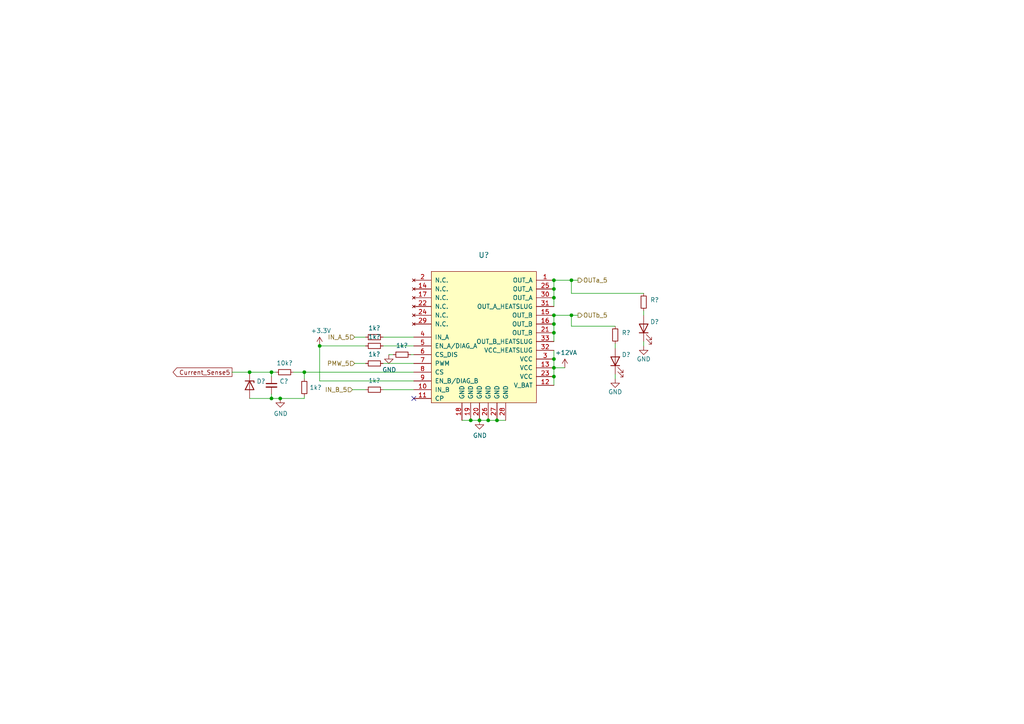
<source format=kicad_sch>
(kicad_sch (version 20211123) (generator eeschema)
  (paper "A4")
  (title_block (title "ArmBoard_Hardware") (date "2021-10-15") (rev "0") (company "Mars Rover Design Team") (comment 1 "Drawn By: Patrick Simoni / Tyler Lunyou"))
  (lib_symbols
    (symbol "Device:C_Small" (pin_numbers hide) (pin_names (offset 0.254) hide)
      (property "Reference" "C" (at 0.254 1.778 0))
      (property "Value" "C_Small" (at 0.254 -2.032 0))
      (symbol "C_Small_0_1"
        (polyline (pts (xy -1.524 -0.508) (xy 1.524 -0.508)) (stroke (width 0.3302)))
        (polyline (pts (xy -1.524 0.508) (xy 1.524 0.508)) (stroke (width 0.3048)))
      )
      (symbol "C_Small_1_1"
        (pin passive line (at 0 2.54 270) (length 2.032) (name "~") (number "1"))
        (pin passive line (at 0 -2.54 90) (length 2.032) (name "~") (number "2"))
      )
    )
    (symbol "Device:D_Zener" (pin_numbers hide) (pin_names (offset 1.016) hide)
      (property "Reference" "D" (at 0 2.54 0))
      (property "Value" "D_Zener" (at 0 -2.54 0))
      (symbol "D_Zener_0_1"
        (polyline (pts (xy 1.27 0) (xy -1.27 0)))
        (polyline (pts (xy -1.27 -1.27) (xy -1.27 1.27) (xy -0.762 1.27)) (stroke (width 0.254)))
        (polyline (pts (xy 1.27 -1.27) (xy 1.27 1.27) (xy -1.27 0) (xy 1.27 -1.27)) (stroke (width 0.254)))
      )
      (symbol "D_Zener_1_1"
        (pin passive line (at -3.81 0 0) (length 2.54) (name "K") (number "1"))
        (pin passive line (at 3.81 0 180) (length 2.54) (name "A") (number "2"))
      )
    )
    (symbol "Device:LED" (pin_numbers hide) (pin_names (offset 1.016) hide)
      (property "Reference" "D" (at 0 2.54 0))
      (property "Value" "LED" (at 0 -2.54 0))
      (symbol "LED_0_1"
        (polyline (pts (xy -1.27 -1.27) (xy -1.27 1.27)) (stroke (width 0.254)))
        (polyline (pts (xy -1.27 0) (xy 1.27 0)))
        (polyline (pts (xy 1.27 -1.27) (xy 1.27 1.27) (xy -1.27 0) (xy 1.27 -1.27)) (stroke (width 0.254)))
        (polyline (pts (xy -3.048 -0.762) (xy -4.572 -2.286) (xy -3.81 -2.286) (xy -4.572 -2.286) (xy -4.572 -1.524)))
        (polyline (pts (xy -1.778 -0.762) (xy -3.302 -2.286) (xy -2.54 -2.286) (xy -3.302 -2.286) (xy -3.302 -1.524)))
      )
      (symbol "LED_1_1"
        (pin passive line (at -3.81 0 0) (length 2.54) (name "K") (number "1"))
        (pin passive line (at 3.81 0 180) (length 2.54) (name "A") (number "2"))
      )
    )
    (symbol "Device:R_Small" (pin_numbers hide) (pin_names (offset 0.254) hide)
      (property "Reference" "R" (at 0.762 0.508 0))
      (property "Value" "R_Small" (at 0.762 -1.016 0))
      (symbol "R_Small_0_1"
        (rectangle (start -0.762 1.778) (end 0.762 -1.778) (stroke (width 0.2032)))
      )
      (symbol "R_Small_1_1"
        (pin passive line (at 0 2.54 270) (length 0.762) (name "~") (number "1"))
        (pin passive line (at 0 -2.54 90) (length 0.762) (name "~") (number "2"))
      )
    )
    (symbol "MRDT_ICs:VNH5019A_E" (pin_names (offset 1.016))
      (property "Reference" "U" (at 1.27 -1.27 0))
      (property "Value" "VNH5019A_E" (at 15.24 36.83 0))
      (symbol "VNH5019A_E_1_1"
        (rectangle (start 0 38.1) (end 30.48 0) (fill (type background)))
        (pin input line (at 35.56 35.56 180) (length 5.08) (name "OUT_A") (number "1"))
        (pin input line (at -5.08 3.81 0) (length 5.08) (name "IN_B") (number "10"))
        (pin input line (at -5.08 1.27 0) (length 5.08) (name "CP") (number "11"))
        (pin power_in line (at 35.56 5.08 180) (length 5.08) (name "V_BAT") (number "12"))
        (pin power_in line (at 35.56 10.16 180) (length 5.08) (name "VCC") (number "13"))
        (pin no_connect line (at -5.08 33.02 0) (length 5.08) (name "N.C.") (number "14"))
        (pin input line (at 35.56 25.4 180) (length 5.08) (name "OUT_B") (number "15"))
        (pin input line (at 35.56 22.86 180) (length 5.08) (name "OUT_B") (number "16"))
        (pin no_connect line (at -5.08 30.48 0) (length 5.08) (name "N.C.") (number "17"))
        (pin input line (at 8.89 -5.08 90) (length 5.08) (name "GND") (number "18"))
        (pin input line (at 11.43 -5.08 90) (length 5.08) (name "GND") (number "19"))
        (pin no_connect line (at -5.08 35.56 0) (length 5.08) (name "N.C.") (number "2"))
        (pin input line (at 13.97 -5.08 90) (length 5.08) (name "GND") (number "20"))
        (pin input line (at 35.56 20.32 180) (length 5.08) (name "OUT_B") (number "21"))
        (pin no_connect line (at -5.08 27.94 0) (length 5.08) (name "N.C.") (number "22"))
        (pin input line (at 35.56 7.62 180) (length 5.08) (name "VCC") (number "23"))
        (pin no_connect line (at -5.08 25.4 0) (length 5.08) (name "N.C.") (number "24"))
        (pin input line (at 35.56 33.02 180) (length 5.08) (name "OUT_A") (number "25"))
        (pin input line (at 16.51 -5.08 90) (length 5.08) (name "GND") (number "26"))
        (pin input line (at 19.05 -5.08 90) (length 5.08) (name "GND") (number "27"))
        (pin input line (at 21.59 -5.08 90) (length 5.08) (name "GND") (number "28"))
        (pin no_connect line (at -5.08 22.86 0) (length 5.08) (name "N.C.") (number "29"))
        (pin power_in line (at 35.56 12.7 180) (length 5.08) (name "VCC") (number "3"))
        (pin input line (at 35.56 30.48 180) (length 5.08) (name "OUT_A") (number "30"))
        (pin input line (at 35.56 27.94 180) (length 5.08) (name "OUT_A_HEATSLUG") (number "31"))
        (pin input line (at 35.56 15.24 180) (length 5.08) (name "VCC_HEATSLUG") (number "32"))
        (pin input line (at 35.56 17.78 180) (length 5.08) (name "OUT_B_HEATSLUG") (number "33"))
        (pin input line (at -5.08 19.05 0) (length 5.08) (name "IN_A") (number "4"))
        (pin input line (at -5.08 16.51 0) (length 5.08) (name "EN_A/DIAG_A") (number "5"))
        (pin input line (at -5.08 13.97 0) (length 5.08) (name "CS_DIS") (number "6"))
        (pin input line (at -5.08 11.43 0) (length 5.08) (name "PWM") (number "7"))
        (pin input line (at -5.08 8.89 0) (length 5.08) (name "CS") (number "8"))
        (pin input line (at -5.08 6.35 0) (length 5.08) (name "EN_B/DIAG_B") (number "9"))
      )
    )
    (symbol "power:+12VA" (power) (pin_names (offset 0))
      (property "Value" "+12VA" (at 0 3.556 0))
      (symbol "+12VA_0_1"
        (polyline (pts (xy -0.762 1.27) (xy 0 2.54)))
        (polyline (pts (xy 0 0) (xy 0 2.54)))
        (polyline (pts (xy 0 2.54) (xy 0.762 1.27)))
      )
      (symbol "+12VA_1_1"
        (pin power_in line (at 0 0 90) (length 0) hide (name "+12VA") (number "1"))
      )
    )
    (symbol "power:+3.3V" (power) (pin_names (offset 0))
      (property "Value" "+3.3V" (at 0 3.556 0))
      (symbol "+3.3V_0_1"
        (polyline (pts (xy -0.762 1.27) (xy 0 2.54)))
        (polyline (pts (xy 0 0) (xy 0 2.54)))
        (polyline (pts (xy 0 2.54) (xy 0.762 1.27)))
      )
      (symbol "+3.3V_1_1"
        (pin power_in line (at 0 0 90) (length 0) hide (name "+3.3V") (number "1"))
      )
    )
    (symbol "power:GND" (power) (pin_names (offset 0))
      (property "Value" "GND" (at 0 -3.81 0))
      (symbol "GND_0_1"
        (polyline (pts (xy 0 0) (xy 0 -1.27) (xy 1.27 -1.27) (xy 0 -2.54) (xy -1.27 -1.27) (xy 0 -1.27)))
      )
      (symbol "GND_1_1"
        (pin power_in line (at 0 0 270) (length 0) hide (name "GND") (number "1"))
      )
    )
  )
  (junction (at 160.655 106.68))
  (junction (at 72.39 107.95))
  (junction (at 78.74 115.57))
  (junction (at 165.735 81.28))
  (junction (at 160.655 81.28))
  (junction (at 160.655 93.98))
  (junction (at 165.735 91.44))
  (junction (at 88.265 107.95))
  (junction (at 136.525 121.92))
  (junction (at 160.655 91.44))
  (junction (at 141.605 121.92))
  (junction (at 139.065 121.92))
  (junction (at 160.655 109.22))
  (junction (at 92.71 100.33))
  (junction (at 81.28 115.57))
  (junction (at 160.655 96.52))
  (junction (at 160.655 86.36))
  (junction (at 160.655 104.14))
  (junction (at 144.145 121.92))
  (junction (at 78.74 107.95))
  (junction (at 160.655 83.82))
  (no_connect (at 120.015 115.57))
  (wire (pts (xy 120.015 100.33) (xy 111.125 100.33)))
  (wire (pts (xy 106.045 100.33) (xy 92.71 100.33)))
  (wire (pts (xy 178.435 99.695) (xy 178.435 100.965)))
  (wire (pts (xy 165.735 94.615) (xy 178.435 94.615)))
  (wire (pts (xy 141.605 121.92) (xy 144.145 121.92)))
  (wire (pts (xy 160.655 101.6) (xy 160.655 104.14)))
  (wire (pts (xy 111.125 97.79) (xy 120.015 97.79)))
  (wire (pts (xy 72.39 107.95) (xy 67.31 107.95)))
  (wire (pts (xy 165.735 85.09) (xy 186.69 85.09)))
  (wire (pts (xy 88.265 107.95) (xy 85.09 107.95)))
  (wire (pts (xy 160.655 86.36) (xy 160.655 88.9)))
  (wire (pts (xy 133.985 121.92) (xy 136.525 121.92)))
  (wire (pts (xy 165.735 81.28) (xy 167.64 81.28)))
  (wire (pts (xy 78.74 109.22) (xy 78.74 107.95)))
  (wire (pts (xy 165.735 81.28) (xy 165.735 85.09)))
  (wire (pts (xy 111.125 105.41) (xy 120.015 105.41)))
  (wire (pts (xy 160.655 104.14) (xy 160.655 106.68)))
  (wire (pts (xy 78.74 115.57) (xy 78.74 114.3)))
  (wire (pts (xy 120.015 110.49) (xy 92.71 110.49)))
  (wire (pts (xy 120.015 107.95) (xy 88.265 107.95)))
  (wire (pts (xy 186.69 99.06) (xy 186.69 100.33)))
  (wire (pts (xy 165.735 91.44) (xy 167.64 91.44)))
  (wire (pts (xy 72.39 115.57) (xy 78.74 115.57)))
  (wire (pts (xy 160.655 106.68) (xy 163.83 106.68)))
  (wire (pts (xy 141.605 121.92) (xy 139.065 121.92)))
  (wire (pts (xy 88.265 109.855) (xy 88.265 107.95)))
  (wire (pts (xy 119.126 102.87) (xy 120.015 102.87)))
  (wire (pts (xy 88.265 115.57) (xy 88.265 114.935)))
  (wire (pts (xy 160.655 81.28) (xy 160.655 83.82)))
  (wire (pts (xy 111.125 113.03) (xy 120.015 113.03)))
  (wire (pts (xy 92.71 100.33) (xy 92.71 110.49)))
  (wire (pts (xy 165.735 91.44) (xy 165.735 94.615)))
  (wire (pts (xy 160.655 96.52) (xy 160.655 99.06)))
  (wire (pts (xy 160.655 111.76) (xy 160.655 109.22)))
  (wire (pts (xy 78.74 107.95) (xy 72.39 107.95)))
  (wire (pts (xy 160.655 93.98) (xy 160.655 96.52)))
  (wire (pts (xy 160.655 91.44) (xy 165.735 91.44)))
  (wire (pts (xy 112.776 102.87) (xy 114.046 102.87)))
  (wire (pts (xy 160.655 91.44) (xy 160.655 93.98)))
  (wire (pts (xy 160.655 106.68) (xy 160.655 109.22)))
  (wire (pts (xy 186.69 90.17) (xy 186.69 91.44)))
  (wire (pts (xy 160.655 86.36) (xy 160.655 83.82)))
  (wire (pts (xy 78.74 115.57) (xy 81.28 115.57)))
  (wire (pts (xy 102.87 97.79) (xy 106.045 97.79)))
  (wire (pts (xy 78.74 107.95) (xy 80.01 107.95)))
  (wire (pts (xy 81.28 115.57) (xy 88.265 115.57)))
  (wire (pts (xy 106.045 105.41) (xy 102.87 105.41)))
  (wire (pts (xy 178.435 108.585) (xy 178.435 109.855)))
  (wire (pts (xy 102.235 113.03) (xy 106.045 113.03)))
  (wire (pts (xy 144.145 121.92) (xy 146.685 121.92)))
  (wire (pts (xy 136.525 121.92) (xy 139.065 121.92)))
  (wire (pts (xy 160.655 81.28) (xy 165.735 81.28)))
  (global_label "Current_Sense5" (shape output) (at 67.31 107.95 180) (property "Intersheet References" "${INTERSHEET_REFS}" (effects hide)))
  (hierarchical_label "PMW_5" (shape input) (at 102.87 105.41 180))
  (hierarchical_label "IN_A_5" (shape input) (at 102.87 97.79 180))
  (hierarchical_label "IN_B_5" (shape input) (at 102.235 113.03 180))
  (hierarchical_label "OUTb_5" (shape output) (at 167.64 91.44 0))
  (hierarchical_label "OUTa_5" (shape output) (at 167.64 81.28 0))
  (symbol (lib_id "power:GND") (at 112.776 102.87 0) (unit 1)
    (property "Reference" "#PWR?" (effects hide))
  )
  (symbol (lib_id "Device:R_Small") (at 116.586 102.87 270) (unit 1)
    (property "Reference" "1k?" (at 116.586 100.2284 90))
  )
  (symbol (lib_id "power:+12VA") (at 163.83 106.68 0) (unit 1)
    (property "Reference" "#PWR?" (effects hide))
  )
  (symbol (lib_id "Device:R_Small") (at 82.55 107.95 270) (unit 1)
    (property "Reference" "10k?" (at 82.55 105.3084 90))
  )
  (symbol (lib_id "Device:LED") (at 178.435 104.775 90) (unit 1)
    (property "Reference" "D?" (at 181.61 102.87 90))
  )
  (symbol (lib_id "Device:R_Small") (at 88.265 112.395 0) (unit 1)
    (property "Reference" "1k?" (at 89.7636 112.395 0) (effects (justify left)))
  )
  (symbol (lib_id "Device:R_Small") (at 108.585 105.41 270) (unit 1)
    (property "Reference" "1k?" (at 108.585 102.7684 90))
  )
  (symbol (lib_id "Device:R_Small") (at 108.585 100.33 270) (unit 1)
    (property "Reference" "1k?" (at 108.585 97.6884 90))
  )
  (symbol (lib_id "power:+3.3V") (at 92.71 100.33 0) (unit 1)
    (property "Reference" "#PWR?" (effects hide))
  )
  (symbol (lib_id "Device:R_Small") (at 108.585 113.03 270) (unit 1)
    (property "Reference" "1k?" (at 108.585 110.3884 90))
  )
  (symbol (lib_id "Device:LED") (at 186.69 95.25 90) (unit 1)
    (property "Reference" "D?" (at 189.865 93.345 90))
  )
  (symbol (lib_id "power:GND") (at 81.28 115.57 0) (unit 1)
    (property "Reference" "#PWR?" (effects hide))
  )
  (symbol (lib_id "Device:C_Small") (at 78.74 111.76 0) (unit 1)
    (property "Reference" "C?" (at 81.0768 110.5916 0) (effects (justify left)))
  )
  (symbol (lib_id "MRDT_ICs:VNH5019A_E") (at 125.095 116.84 0) (unit 1)
    (property "Reference" "U?" (at 140.335 73.9902 0) (effects (font (size 1.524 1.524))))
  )
  (symbol (lib_id "power:GND") (at 139.065 121.92 0) (unit 1)
    (property "Reference" "#PWR?" (effects hide))
  )
  (symbol (lib_id "Device:R_Small") (at 108.585 97.79 270) (unit 1)
    (property "Reference" "1k?" (at 108.585 95.1484 90))
  )
  (symbol (lib_id "power:GND") (at 178.435 109.855 0) (unit 1)
    (property "Reference" "#PWR?" (effects hide))
  )
  (symbol (lib_id "Device:R_Small") (at 178.435 97.155 0) (unit 1)
    (property "Reference" "R?" (at 181.61 96.52 0))
  )
  (symbol (lib_id "power:GND") (at 186.69 100.33 0) (unit 1)
    (property "Reference" "#PWR?" (effects hide))
  )
  (symbol (lib_id "Device:R_Small") (at 186.69 87.63 0) (unit 1)
    (property "Reference" "R?" (at 189.865 86.995 0))
  )
  (symbol (lib_id "Device:D_Zener") (at 72.39 111.76 270) (unit 1)
    (property "Reference" "D?" (at 74.422 110.5916 90) (effects (justify left)))
  )
)
</source>
